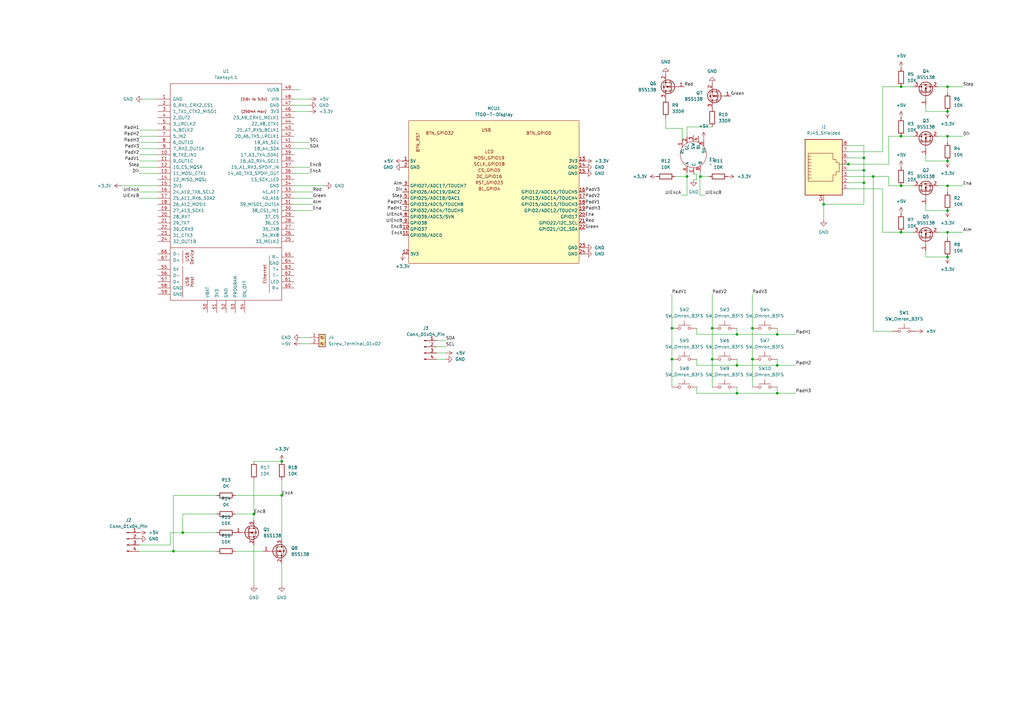
<source format=kicad_sch>
(kicad_sch (version 20231120) (generator "eeschema") (generator_version "8.0")
  (paper "A3")
  (lib_symbols
    (symbol "Connector:Conn_01x04_Pin" (pin_names (offset 1.016) hide)
      (property "Reference" "J" (at 0 5.08 0))
      (property "Value" "Conn_01x04_Pin" (at 0 -7.62 0))
      (symbol "Conn_01x04_Pin_1_1"
        (pin passive line (at 5.08 2.54 180) (length 3.81) (name "Pin_1") (number "1"))
        (pin passive line (at 5.08 0 180) (length 3.81) (name "Pin_2") (number "2"))
        (pin passive line (at 5.08 -2.54 180) (length 3.81) (name "Pin_3") (number "3"))
        (pin passive line (at 5.08 -5.08 180) (length 3.81) (name "Pin_4") (number "4"))
      )
    )
    (symbol "Connector:RJ45_Shielded" (pin_names (offset 1.016))
      (property "Reference" "J" (at -5.08 13.97 0))
      (property "Value" "RJ45_Shielded" (at 2.54 13.97 0))
      (symbol "RJ45_Shielded_1_1"
        (pin passive line (at 10.16 -7.62 180) (length 2.54) (name "~") (number "1"))
        (pin passive line (at 10.16 -5.08 180) (length 2.54) (name "~") (number "2"))
        (pin passive line (at 10.16 -2.54 180) (length 2.54) (name "~") (number "3"))
        (pin passive line (at 10.16 0 180) (length 2.54) (name "~") (number "4"))
        (pin passive line (at 10.16 2.54 180) (length 2.54) (name "~") (number "5"))
        (pin passive line (at 10.16 5.08 180) (length 2.54) (name "~") (number "6"))
        (pin passive line (at 10.16 7.62 180) (length 2.54) (name "~") (number "7"))
        (pin passive line (at 10.16 10.16 180) (length 2.54) (name "~") (number "8"))
        (pin passive line (at 0 -12.7 90) (length 2.54) (name "~") (number "SH"))
      )
    )
    (symbol "Connector:Screw_Terminal_01x02" (pin_names (offset 1.016) hide)
      (property "Reference" "J" (at 0 2.54 0))
      (property "Value" "Screw_Terminal_01x02" (at 0 -5.08 0))
      (symbol "Screw_Terminal_01x02_1_1"
        (pin passive line (at -5.08 0 0) (length 3.81) (name "Pin_1") (number "1"))
        (pin passive line (at -5.08 -2.54 0) (length 3.81) (name "Pin_2") (number "2"))
      )
    )
    (symbol "Device:R" (pin_numbers hide) (pin_names (offset 0))
      (property "Reference" "R" (at 2.032 0 90))
      (property "Value" "R" (at 0 0 90))
      (symbol "R_1_1"
        (pin passive line (at 0 3.81 270) (length 1.27) (name "~") (number "1"))
        (pin passive line (at 0 -3.81 90) (length 1.27) (name "~") (number "2"))
      )
    )
    (symbol "RotaryEncoder:LED-EC12"
      (property "Reference" "E" (at 5.7594 -3.9264 0))
      (symbol "LED-EC12_1_1"
        (pin passive line (at -4.6276 5.7676 270) (length 2.54) (name "RL") (number "1"))
        (pin passive line (at -2.7026 7.3776 270) (length 2.54) (name "GL") (number "2"))
        (pin passive line (at -0.1826 8.0427 270) (length 2.54) (name "SW") (number "3"))
        (pin passive line (at 1.9523 7.6927 270) (length 2.54) (name "BL") (number "4"))
        (pin power_in line (at 4.1923 6.0826 270) (length 2.54) (name "5V") (number "5"))
        (pin passive line (at -2.7004 -7.1672 90) (length 2.54) (name "A") (number "A"))
        (pin passive line (at 2.7595 -7.0272 90) (length 2.54) (name "B") (number "B"))
        (pin passive line (at 0.0996 -7.8672 90) (length 2.54) (name "C") (number "C"))
      )
    )
    (symbol "Switch:SW_Omron_B3FS" (pin_numbers hide) (pin_names (offset 1.016) hide)
      (property "Reference" "SW" (at 1.27 2.54 0))
      (property "Value" "SW_Omron_B3FS" (at 0 -1.524 0))
      (symbol "SW_Omron_B3FS_0_1"
        (pin passive line (at -5.08 0 0) (length 2.54) (name "1") (number "1"))
        (pin passive line (at 5.08 0 180) (length 2.54) (name "2") (number "2"))
      )
    )
    (symbol "TTGO_T_Display:TTGO-T-Display"
      (property "Reference" "MCU" (at 0 0 0))
      (property "Value" "TTGO-T-Display" (at 0 2.54 0))
      (symbol "TTGO-T-Display_0_0"
        (text "BL_GPIO4" (at 1.27 -30.48 0) (effects (font (size 1.27 1.27))))
        (text "BTN_GPIO0" (at 21.59 -7.62 0) (effects (font (size 1.27 1.27))))
        (text "BTN_GPIO32" (at -19.05 -7.62 0) (effects (font (size 1.27 1.27))))
        (text "BTN_RST" (at -27.94 -11.43 900) (effects (font (size 1.27 1.27))))
        (text "CS_GPIO5" (at 1.27 -22.86 0) (effects (font (size 1.27 1.27))))
        (text "DC_GPIO16" (at 1.27 -25.4 0) (effects (font (size 1.27 1.27))))
        (text "LCD" (at 1.27 -15.24 0) (effects (font (size 1.27 1.27))))
        (text "MOSI_GPIO19" (at 1.27 -17.78 0) (effects (font (size 1.27 1.27))))
        (text "RST_GPIO23" (at 1.27 -27.94 0) (effects (font (size 1.27 1.27))))
        (text "SCLK_GPIO18" (at 1.27 -20.32 0) (effects (font (size 1.27 1.27))))
        (text "USB" (at 0 -6.35 0) (effects (font (size 1.27 1.27))))
      )
      (symbol "TTGO-T-Display_1_1"
        (pin power_in line (at -34.29 -19.05 0) (length 2.54) (name "5V") (number "1"))
        (pin bidirectional line (at -34.29 -46.99 0) (length 2.54) (name "GPIO37") (number "10"))
        (pin bidirectional line (at -34.29 -49.53 0) (length 2.54) (name "GPIO36/ADC0") (number "11"))
        (pin power_in line (at -34.29 -57.15 0) (length 2.54) (name "3V3") (number "12"))
        (pin power_in line (at 40.64 -19.05 180) (length 2.54) (name "3V3") (number "13"))
        (pin power_in line (at 40.64 -21.59 180) (length 2.54) (name "GND") (number "14"))
        (pin power_in line (at 40.64 -24.13 180) (length 2.54) (name "GND") (number "15"))
        (pin bidirectional line (at 40.64 -31.75 180) (length 2.54) (name "GPIO12/ADC15/TOUCH5") (number "16"))
        (pin bidirectional line (at 40.64 -34.29 180) (length 2.54) (name "GPIO13/ADC14/TOUCH4") (number "17"))
        (pin bidirectional line (at 40.64 -36.83 180) (length 2.54) (name "GPIO15/ADC13/TOUCH3") (number "18"))
        (pin bidirectional line (at 40.64 -39.37 180) (length 2.54) (name "GPIO2/ADC12/TOUCH2") (number "19"))
        (pin power_in line (at -34.29 -21.59 0) (length 2.54) (name "GND") (number "2"))
        (pin bidirectional line (at 40.64 -41.91 180) (length 2.54) (name "GPIO17") (number "20"))
        (pin bidirectional line (at 40.64 -44.45 180) (length 2.54) (name "GPIO22/I2C_SCL") (number "21"))
        (pin bidirectional line (at 40.64 -46.99 180) (length 2.54) (name "GPIO21/I2C_SDA") (number "22"))
        (pin power_in line (at 40.64 -54.61 180) (length 2.54) (name "GND") (number "23"))
        (pin power_in line (at 40.64 -57.15 180) (length 2.54) (name "GND") (number "24"))
        (pin bidirectional line (at -34.29 -29.21 0) (length 2.54) (name "GPIO27/ADC17/TOUCH7") (number "3"))
        (pin bidirectional line (at -34.29 -31.75 0) (length 2.54) (name "GPIO26/ADC19/DAC2") (number "4"))
        (pin bidirectional line (at -34.29 -34.29 0) (length 2.54) (name "GPIO25/ADC18/DAC1") (number "5"))
        (pin bidirectional line (at -34.29 -36.83 0) (length 2.54) (name "GPIO33/ADC5/TOUCH8") (number "6"))
        (pin bidirectional line (at -34.29 -39.37 0) (length 2.54) (name "GPIO32/ADC4/TOUCH9") (number "7"))
        (pin bidirectional line (at -34.29 -41.91 0) (length 2.54) (name "GPIO39/ADC3/SVN") (number "8"))
        (pin bidirectional line (at -34.29 -44.45 0) (length 2.54) (name "GPIO38") (number "9"))
      )
    )
    (symbol "Transistor_FET:BSS138" (pin_names hide)
      (property "Reference" "Q" (at 5.08 1.905 0))
      (property "Value" "BSS138" (at 5.08 0 0))
      (symbol "BSS138_1_1"
        (pin input line (at -5.08 0 0) (length 2.54) (name "G") (number "1"))
        (pin passive line (at 2.54 -5.08 90) (length 2.54) (name "S") (number "2"))
        (pin passive line (at 2.54 5.08 270) (length 2.54) (name "D") (number "3"))
      )
    )
    (symbol "power:+3.3V" (power) (pin_numbers hide) (pin_names (offset 0) hide)
      (property "Value" "+3.3V" (at 0 3.556 0))
      (symbol "+3.3V_1_1"
        (pin power_in line (at 0 0 90) (length 0) (name "~") (number "1"))
      )
    )
    (symbol "power:+5V" (power) (pin_numbers hide) (pin_names (offset 0) hide)
      (property "Value" "+5V" (at 0 3.556 0))
      (symbol "+5V_1_1"
        (pin power_in line (at 0 0 90) (length 0) (name "~") (number "1"))
      )
    )
    (symbol "power:GND" (power) (pin_numbers hide) (pin_names (offset 0) hide)
      (property "Value" "GND" (at 0 -3.81 0))
      (symbol "GND_1_1"
        (pin power_in line (at 0 0 270) (length 0) (name "~") (number "1"))
      )
    )
    (symbol "teensy:Teensy4.1" (pin_names (offset 1.016))
      (property "Reference" "U" (at 0 64.77 0))
      (property "Value" "Teensy4.1" (at 0 62.23 0))
      (symbol "Teensy4.1_0_0"
        (text "(250mA max)" (at 11.43 49.53 0) (effects (font (size 1.016 1.016))))
        (text "(3.6v to 5.5v)" (at 11.43 54.61 0) (effects (font (size 1.016 1.016))))
        (text "Device" (at -13.97 -10.16 900) (effects (font (size 1.27 1.27))))
        (text "Ethernet" (at 15.875 -17.145 900) (effects (font (size 1.27 1.27))))
        (text "Host" (at -13.97 -20.32 900) (effects (font (size 1.27 1.27))))
        (text "USB" (at -15.875 -20.32 900) (effects (font (size 1.27 1.27))))
        (text "USB" (at -15.875 -10.16 900) (effects (font (size 1.27 1.27))))
        (pin bidirectional line (at -27.94 31.75 0) (length 5.08) (name "8_TX2_IN1") (number "10"))
        (pin bidirectional line (at -27.94 29.21 0) (length 5.08) (name "9_OUT1C") (number "11"))
        (pin bidirectional line (at -27.94 26.67 0) (length 5.08) (name "10_CS_MQSR") (number "12"))
        (pin bidirectional line (at -27.94 24.13 0) (length 5.08) (name "11_MOSI_CTX1") (number "13"))
        (pin bidirectional line (at -27.94 21.59 0) (length 5.08) (name "12_MISO_MQSL") (number "14"))
        (pin power_in line (at -27.94 19.05 0) (length 5.08) (name "3V3") (number "15"))
        (pin bidirectional line (at -27.94 16.51 0) (length 5.08) (name "24_A10_TX6_SCL2") (number "16"))
        (pin bidirectional line (at -27.94 13.97 0) (length 5.08) (name "25_A11_RX6_SDA2") (number "17"))
        (pin bidirectional line (at -27.94 11.43 0) (length 5.08) (name "26_A12_MOSI1") (number "18"))
        (pin bidirectional line (at -27.94 8.89 0) (length 5.08) (name "27_A13_SCK1") (number "19"))
        (pin bidirectional line (at -27.94 6.35 0) (length 5.08) (name "28_RX7") (number "20"))
        (pin bidirectional line (at -27.94 3.81 0) (length 5.08) (name "29_TX7") (number "21"))
        (pin bidirectional line (at -27.94 1.27 0) (length 5.08) (name "30_CRX3") (number "22"))
        (pin bidirectional line (at -27.94 -1.27 0) (length 5.08) (name "31_CTX3") (number "23"))
        (pin bidirectional line (at -27.94 -3.81 0) (length 5.08) (name "32_OUT1B") (number "24"))
        (pin bidirectional line (at 27.94 -3.81 180) (length 5.08) (name "33_MCLK2") (number "25"))
        (pin bidirectional line (at 27.94 -1.27 180) (length 5.08) (name "34_RX8") (number "26"))
        (pin bidirectional line (at 27.94 1.27 180) (length 5.08) (name "35_TX8") (number "27"))
        (pin bidirectional line (at 27.94 3.81 180) (length 5.08) (name "36_CS") (number "28"))
        (pin bidirectional line (at 27.94 6.35 180) (length 5.08) (name "37_CS") (number "29"))
        (pin bidirectional line (at 27.94 8.89 180) (length 5.08) (name "38_CS1_IN1") (number "30"))
        (pin bidirectional line (at 27.94 11.43 180) (length 5.08) (name "39_MISO1_OUT1A") (number "31"))
        (pin bidirectional line (at 27.94 13.97 180) (length 5.08) (name "40_A16") (number "32"))
        (pin bidirectional line (at 27.94 16.51 180) (length 5.08) (name "41_A17") (number "33"))
        (pin bidirectional line (at 27.94 21.59 180) (length 5.08) (name "13_SCK_LED") (number "35"))
        (pin bidirectional line (at 27.94 24.13 180) (length 5.08) (name "14_A0_TX3_SPDIF_OUT") (number "36"))
        (pin bidirectional line (at 27.94 26.67 180) (length 5.08) (name "15_A1_RX3_SPDIF_IN") (number "37"))
        (pin bidirectional line (at 27.94 29.21 180) (length 5.08) (name "16_A2_RX4_SCL1") (number "38"))
        (pin bidirectional line (at 27.94 31.75 180) (length 5.08) (name "17_A3_TX4_SDA1") (number "39"))
        (pin bidirectional line (at 27.94 34.29 180) (length 5.08) (name "18_A4_SDA") (number "40"))
        (pin bidirectional line (at 27.94 36.83 180) (length 5.08) (name "19_A5_SCL") (number "41"))
        (pin bidirectional line (at 27.94 39.37 180) (length 5.08) (name "20_A6_TX5_LRCLK1") (number "42"))
        (pin bidirectional line (at 27.94 41.91 180) (length 5.08) (name "21_A7_RX5_BCLK1") (number "43"))
        (pin bidirectional line (at 27.94 44.45 180) (length 5.08) (name "22_A8_CTX1") (number "44"))
        (pin bidirectional line (at 27.94 46.99 180) (length 5.08) (name "23_A9_CRX1_MCLK1") (number "45"))
        (pin output line (at 27.94 49.53 180) (length 5.08) (name "3V3") (number "46"))
        (pin output line (at 27.94 52.07 180) (length 5.08) (name "GND") (number "47"))
        (pin power_in line (at 27.94 54.61 180) (length 5.08) (name "VIN") (number "48"))
        (pin power_out line (at 27.94 58.42 180) (length 5.08) (name "VUSB") (number "49"))
        (pin bidirectional line (at -27.94 44.45 0) (length 5.08) (name "3_LRCLK2") (number "5"))
        (pin power_in line (at -7.62 -33.02 90) (length 5.08) (name "VBAT") (number "50"))
        (pin power_in line (at -3.81 -33.02 90) (length 5.08) (name "3V3") (number "51"))
        (pin input line (at 0 -33.02 90) (length 5.08) (name "GND") (number "52"))
        (pin input line (at 3.81 -33.02 90) (length 5.08) (name "PROGRAM") (number "53"))
        (pin input line (at 7.62 -33.02 90) (length 5.08) (name "ON_OFF") (number "54"))
        (pin power_out line (at -27.94 -15.24 0) (length 5.08) (name "5V") (number "55"))
        (pin bidirectional line (at -27.94 -17.78 0) (length 5.08) (name "D-") (number "56"))
        (pin bidirectional line (at -27.94 -20.32 0) (length 5.08) (name "D+") (number "57"))
        (pin power_in line (at -27.94 -22.86 0) (length 5.08) (name "GND") (number "58"))
        (pin power_in line (at -27.94 -25.4 0) (length 5.08) (name "GND") (number "59"))
        (pin bidirectional line (at -27.94 41.91 0) (length 5.08) (name "4_BCLK2") (number "6"))
        (pin bidirectional line (at 27.94 -22.86 180) (length 5.08) (name "R+") (number "60"))
        (pin bidirectional line (at 27.94 -20.32 180) (length 5.08) (name "LED") (number "61"))
        (pin bidirectional line (at 27.94 -17.78 180) (length 5.08) (name "T-") (number "62"))
        (pin bidirectional line (at 27.94 -15.24 180) (length 5.08) (name "T+") (number "63"))
        (pin power_in line (at 27.94 -12.7 180) (length 5.08) (name "GND") (number "64"))
        (pin bidirectional line (at 27.94 -10.16 180) (length 5.08) (name "R-") (number "65"))
        (pin bidirectional line (at -27.94 -8.89 0) (length 5.08) (name "D-") (number "66"))
        (pin bidirectional line (at -27.94 -11.43 0) (length 5.08) (name "D+") (number "67"))
        (pin bidirectional line (at -27.94 39.37 0) (length 5.08) (name "5_IN2") (number "7"))
        (pin bidirectional line (at -27.94 36.83 0) (length 5.08) (name "6_OUT1D") (number "8"))
        (pin bidirectional line (at -27.94 34.29 0) (length 5.08) (name "7_RX2_OUT1A") (number "9"))
      )
      (symbol "Teensy4.1_1_1"
        (pin power_in line (at -27.94 54.61 0) (length 5.08) (name "GND") (number "1"))
        (pin bidirectional line (at -27.94 52.07 0) (length 5.08) (name "0_RX1_CRX2_CS1") (number "2"))
        (pin bidirectional line (at -27.94 49.53 0) (length 5.08) (name "1_TX1_CTX2_MISO1") (number "3"))
        (pin power_in line (at 27.94 19.05 180) (length 5.08) (name "GND") (number "34"))
        (pin bidirectional line (at -27.94 46.99 0) (length 5.08) (name "2_OUT2") (number "4"))
      )
    )
  )
  (junction (at 337.82 83.82))
  (junction (at 115.57 203.2))
  (junction (at 281.7796 72.39))
  (junction (at 292.1 134.62))
  (junction (at 275.59 134.62))
  (junction (at 308.61 134.62))
  (junction (at 354.33 74.93))
  (junction (at 302.26 161.29))
  (junction (at 275.59 147.32))
  (junction (at 318.77 161.29))
  (junction (at 369.57 76.2))
  (junction (at 388.62 66.04))
  (junction (at 347.98 67.31))
  (junction (at 115.57 189.23))
  (junction (at 302.26 137.16))
  (junction (at 308.61 147.32))
  (junction (at 287.2395 72.39))
  (junction (at 354.33 69.85))
  (junction (at 71.12 226.06))
  (junction (at 388.62 55.88))
  (junction (at 388.62 95.25))
  (junction (at 369.57 35.56))
  (junction (at 318.77 137.16))
  (junction (at 358.14 72.39))
  (junction (at 318.77 149.86))
  (junction (at 292.1 147.32))
  (junction (at 74.93 218.44))
  (junction (at 369.57 55.88))
  (junction (at 388.62 76.2))
  (junction (at 104.14 210.82))
  (junction (at 388.62 35.56))
  (junction (at 302.26 149.86))
  (junction (at 388.62 86.36))
  (junction (at 354.33 64.77))
  (junction (at 388.62 45.72))
  (junction (at 388.62 105.41))
  (junction (at 369.57 95.25))
  (wire (pts (xy 128.27 83.82) (xy 120.65 83.82)))
  (wire (pts (xy 74.93 218.44) (xy 88.9 218.44)))
  (wire (pts (xy 302.26 137.16) (xy 318.77 137.16)))
  (wire (pts (xy 49.53 76.2) (xy 64.77 76.2)))
  (wire (pts (xy 279.8524 57.7324) (xy 279.8524 52.6628)))
  (wire (pts (xy 369.57 95.25) (xy 374.65 95.25)))
  (wire (pts (xy 354.33 83.82) (xy 337.82 83.82)))
  (wire (pts (xy 284.48 73.66) (xy 285.75 73.66)))
  (wire (pts (xy 369.57 35.56) (xy 374.65 35.56)))
  (wire (pts (xy 182.88 139.7) (xy 179.07 139.7)))
  (wire (pts (xy 318.77 149.86) (xy 326.39 149.86)))
  (wire (pts (xy 384.81 95.25) (xy 388.62 95.25)))
  (wire (pts (xy 275.59 134.62) (xy 275.59 147.32)))
  (wire (pts (xy 285.75 134.62) (xy 285.75 137.16)))
  (wire (pts (xy 318.77 137.16) (xy 326.39 137.16)))
  (wire (pts (xy 318.77 147.32) (xy 318.77 149.86)))
  (wire (pts (xy 127 45.72) (xy 120.65 45.72)))
  (wire (pts (xy 123.19 36.83) (xy 120.65 36.83)))
  (wire (pts (xy 57.15 60.96) (xy 64.77 60.96)))
  (wire (pts (xy 280.5096 80.0382) (xy 280.5096 80.01)))
  (wire (pts (xy 337.82 83.82) (xy 337.82 90.17)))
  (wire (pts (xy 182.88 147.32) (xy 179.07 147.32)))
  (wire (pts (xy 287.2395 70.5272) (xy 287.2395 72.39)))
  (wire (pts (xy 57.15 81.28) (xy 64.77 81.28)))
  (wire (pts (xy 127 60.96) (xy 120.65 60.96)))
  (wire (pts (xy 281.7774 52.07) (xy 281.7774 56.1224)))
  (wire (pts (xy 115.57 203.2) (xy 115.57 220.98)))
  (wire (pts (xy 57.15 71.12) (xy 64.77 71.12)))
  (wire (pts (xy 347.98 77.47) (xy 361.95 77.47)))
  (wire (pts (xy 281.7774 52.07) (xy 292.1 52.07)))
  (wire (pts (xy 364.49 67.31) (xy 364.49 55.88)))
  (wire (pts (xy 69.85 218.44) (xy 74.93 218.44)))
  (wire (pts (xy 388.62 55.88) (xy 394.97 55.88)))
  (wire (pts (xy 288.6108 57.4174) (xy 288.6723 57.4174)))
  (wire (pts (xy 123.19 138.43) (xy 127 138.43)))
  (wire (pts (xy 285.75 73.66) (xy 285.75 71.3672)))
  (wire (pts (xy 379.73 83.82) (xy 379.73 86.36)))
  (wire (pts (xy 354.33 69.85) (xy 354.33 74.93)))
  (wire (pts (xy 127 71.12) (xy 120.65 71.12)))
  (wire (pts (xy 115.57 231.14) (xy 115.57 240.03)))
  (wire (pts (xy 285.75 158.75) (xy 285.75 161.29)))
  (wire (pts (xy 288.6108 56.7881) (xy 288.6108 57.4174)))
  (wire (pts (xy 281.7796 80.0382) (xy 280.5096 80.0382)))
  (wire (pts (xy 285.75 149.86) (xy 302.26 149.86)))
  (wire (pts (xy 358.14 135.89) (xy 365.76 135.89)))
  (wire (pts (xy 388.62 78.74) (xy 388.62 76.2)))
  (wire (pts (xy 285.75 161.29) (xy 302.26 161.29)))
  (wire (pts (xy 57.15 78.74) (xy 64.77 78.74)))
  (wire (pts (xy 285.75 71.3672) (xy 284.5796 71.3672)))
  (wire (pts (xy 361.95 35.56) (xy 369.57 35.56)))
  (wire (pts (xy 74.93 210.82) (xy 88.9 210.82)))
  (wire (pts (xy 364.49 55.88) (xy 369.57 55.88)))
  (wire (pts (xy 347.98 59.69) (xy 354.33 59.69)))
  (wire (pts (xy 58.42 40.64) (xy 64.77 40.64)))
  (wire (pts (xy 115.57 196.85) (xy 115.57 203.2)))
  (wire (pts (xy 96.52 203.2) (xy 115.57 203.2)))
  (wire (pts (xy 281.7796 70.6672) (xy 281.7796 72.39)))
  (wire (pts (xy 358.14 72.39) (xy 364.49 72.39)))
  (wire (pts (xy 361.95 77.47) (xy 361.95 95.25)))
  (wire (pts (xy 302.26 134.62) (xy 302.26 137.16)))
  (wire (pts (xy 57.15 223.52) (xy 69.85 223.52)))
  (wire (pts (xy 318.77 161.29) (xy 326.39 161.29)))
  (wire (pts (xy 308.61 158.75) (xy 308.61 147.32)))
  (wire (pts (xy 127 40.64) (xy 120.65 40.64)))
  (wire (pts (xy 302.26 149.86) (xy 318.77 149.86)))
  (wire (pts (xy 384.81 55.88) (xy 388.62 55.88)))
  (wire (pts (xy 275.59 120.65) (xy 275.59 134.62)))
  (wire (pts (xy 379.73 63.5) (xy 379.73 66.04)))
  (wire (pts (xy 287.2395 72.39) (xy 290.83 72.39)))
  (wire (pts (xy 318.77 134.62) (xy 318.77 137.16)))
  (wire (pts (xy 292.1 147.32) (xy 292.1 158.75)))
  (wire (pts (xy 302.26 147.32) (xy 302.26 149.86)))
  (wire (pts (xy 337.82 83.82) (xy 337.82 82.55)))
  (wire (pts (xy 388.62 97.79) (xy 388.62 95.25)))
  (wire (pts (xy 379.73 45.72) (xy 388.62 45.72)))
  (wire (pts (xy 57.15 68.58) (xy 64.77 68.58)))
  (wire (pts (xy 308.61 147.32) (xy 308.61 134.62)))
  (wire (pts (xy 347.98 74.93) (xy 354.33 74.93)))
  (wire (pts (xy 57.15 226.06) (xy 71.12 226.06)))
  (wire (pts (xy 281.7796 72.39) (xy 281.7796 80.0382)))
  (wire (pts (xy 379.73 105.41) (xy 388.62 105.41)))
  (wire (pts (xy 57.15 66.04) (xy 64.77 66.04)))
  (wire (pts (xy 364.49 72.39) (xy 364.49 76.2)))
  (wire (pts (xy 384.81 76.2) (xy 388.62 76.2)))
  (wire (pts (xy 57.15 58.42) (xy 64.77 58.42)))
  (wire (pts (xy 347.98 64.77) (xy 354.33 64.77)))
  (wire (pts (xy 280.5096 80.01) (xy 279.4 80.01)))
  (wire (pts (xy 379.73 66.04) (xy 388.62 66.04)))
  (wire (pts (xy 388.62 58.42) (xy 388.62 55.88)))
  (wire (pts (xy 354.33 64.77) (xy 354.33 69.85)))
  (wire (pts (xy 104.14 196.85) (xy 104.14 210.82)))
  (wire (pts (xy 127 68.58) (xy 120.65 68.58)))
  (wire (pts (xy 388.62 38.1) (xy 388.62 35.56)))
  (wire (pts (xy 96.52 226.06) (xy 107.95 226.06)))
  (wire (pts (xy 96.52 210.82) (xy 104.14 210.82)))
  (wire (pts (xy 354.33 59.69) (xy 354.33 64.77)))
  (wire (pts (xy 285.75 137.16) (xy 302.26 137.16)))
  (wire (pts (xy 369.57 76.2) (xy 374.65 76.2)))
  (wire (pts (xy 182.88 142.24) (xy 179.07 142.24)))
  (wire (pts (xy 128.27 78.74) (xy 120.65 78.74)))
  (wire (pts (xy 302.26 158.75) (xy 302.26 161.29)))
  (wire (pts (xy 287.0791 72.39) (xy 287.0791 80.01)))
  (wire (pts (xy 276.86 72.39) (xy 281.7796 72.39)))
  (wire (pts (xy 379.73 86.36) (xy 388.62 86.36)))
  (wire (pts (xy 104.14 223.52) (xy 104.14 240.03)))
  (wire (pts (xy 318.77 158.75) (xy 318.77 161.29)))
  (wire (pts (xy 379.73 43.18) (xy 379.73 45.72)))
  (wire (pts (xy 369.57 55.88) (xy 374.65 55.88)))
  (wire (pts (xy 361.95 35.56) (xy 361.95 62.23)))
  (wire (pts (xy 302.26 161.29) (xy 318.77 161.29)))
  (wire (pts (xy 57.15 53.34) (xy 64.77 53.34)))
  (wire (pts (xy 379.73 102.87) (xy 379.73 105.41)))
  (wire (pts (xy 133.35 76.2) (xy 120.65 76.2)))
  (wire (pts (xy 275.59 147.32) (xy 275.59 158.75)))
  (wire (pts (xy 344.17 67.31) (xy 347.98 67.31)))
  (wire (pts (xy 104.14 210.82) (xy 104.14 213.36)))
  (wire (pts (xy 273.05 52.6628) (xy 273.05 48.26)))
  (wire (pts (xy 71.12 226.06) (xy 71.12 203.2)))
  (wire (pts (xy 361.95 95.25) (xy 369.57 95.25)))
  (wire (pts (xy 104.14 189.23) (xy 115.57 189.23)))
  (wire (pts (xy 127 58.42) (xy 120.65 58.42)))
  (wire (pts (xy 128.27 86.36) (xy 120.65 86.36)))
  (wire (pts (xy 127 43.18) (xy 120.65 43.18)))
  (wire (pts (xy 182.88 144.78) (xy 179.07 144.78)))
  (wire (pts (xy 347.98 67.31) (xy 364.49 67.31)))
  (wire (pts (xy 384.81 35.56) (xy 388.62 35.56)))
  (wire (pts (xy 308.61 134.62) (xy 308.61 120.65)))
  (wire (pts (xy 74.93 218.44) (xy 74.93 210.82)))
  (wire (pts (xy 347.98 69.85) (xy 354.33 69.85)))
  (wire (pts (xy 388.62 76.2) (xy 394.97 76.2)))
  (wire (pts (xy 347.98 62.23) (xy 361.95 62.23)))
  (wire (pts (xy 354.33 74.93) (xy 354.33 83.82)))
  (wire (pts (xy 285.75 147.32) (xy 285.75 149.86)))
  (wire (pts (xy 292.1 120.65) (xy 292.1 134.62)))
  (wire (pts (xy 358.14 72.39) (xy 358.14 135.89)))
  (wire (pts (xy 388.62 35.56) (xy 394.97 35.56)))
  (wire (pts (xy 57.15 63.5) (xy 64.77 63.5)))
  (wire (pts (xy 128.27 81.28) (xy 120.65 81.28)))
  (wire (pts (xy 71.12 203.2) (xy 88.9 203.2)))
  (wire (pts (xy 57.15 55.88) (xy 64.77 55.88)))
  (wire (pts (xy 289.1801 80.01) (xy 287.0791 80.01)))
  (wire (pts (xy 292.1 134.62) (xy 292.1 147.32)))
  (wire (pts (xy 388.62 95.25) (xy 394.97 95.25)))
  (wire (pts (xy 71.12 226.06) (xy 88.9 226.06)))
  (wire (pts (xy 287.0791 72.39) (xy 287.2395 72.39)))
  (wire (pts (xy 123.19 140.97) (xy 127 140.97)))
  (wire (pts (xy 69.85 223.52) (xy 69.85 218.44)))
  (wire (pts (xy 364.49 76.2) (xy 369.57 76.2)))
  (wire (pts (xy 347.98 72.39) (xy 358.14 72.39)))
  (wire (pts (xy 279.8524 52.6628) (xy 273.05 52.6628)))
  (label "Alm" (at 394.97 95.25 0))
  (label "PadH2" (at 326.39 149.86 0))
  (label "Alm" (at 128.27 83.82 0))
  (label "UIEncA" (at 279.4 80.01 180))
  (label "SCL" (at 127 58.42 0))
  (label "EncA" (at 165.1 96.52 180))
  (label "Green" (at 299.72 39.37 0))
  (label "Green" (at 240.03 93.98 0))
  (label "Ena" (at 128.27 86.36 0))
  (label "PadV1" (at 275.59 120.65 0))
  (label "Dir" (at 165.1 78.74 180))
  (label "UIEncB" (at 289.1801 80.01 0))
  (label "EncB" (at 127 68.58 0))
  (label "Green" (at 128.27 81.28 0))
  (label "PadV3" (at 240.03 78.74 0))
  (label "Ena" (at 394.97 76.2 0))
  (label "UIEncB" (at 57.15 81.28 180))
  (label "Step" (at 165.1 81.28 180))
  (label "EncA" (at 127 71.12 0))
  (label "PadV2" (at 240.03 81.28 0))
  (label "PadH1" (at 165.1 86.36 180))
  (label "Alm" (at 165.1 76.2 180))
  (label "EncB" (at 104.14 210.82 0))
  (label "Ena" (at 240.03 88.9 0))
  (label "PadH1" (at 326.39 137.16 0))
  (label "PadV1" (at 57.15 66.04 180))
  (label "PadV3" (at 57.15 60.96 180))
  (label "Dir" (at 394.97 55.88 0))
  (label "PadH3" (at 326.39 161.29 0))
  (label "Dir" (at 57.15 71.12 180))
  (label "UIEncB" (at 165.1 91.44 180))
  (label "SCL" (at 182.88 142.24 0))
  (label "Red" (at 128.27 78.74 0))
  (label "SDA" (at 127 60.96 0))
  (label "PadV3" (at 308.61 120.65 0))
  (label "UIEncA" (at 165.1 88.9 180))
  (label "PadH2" (at 165.1 83.82 180))
  (label "SDA" (at 182.88 139.7 0))
  (label "PadV2" (at 57.15 63.5 180))
  (label "Step" (at 57.15 68.58 180))
  (label "PadH2" (at 57.15 55.88 180))
  (label "PadH3" (at 240.03 86.36 0))
  (label "PadV2" (at 292.1 120.65 0))
  (label "PadH3" (at 57.15 58.42 180))
  (label "EncB" (at 165.1 93.98 180))
  (label "PadH1" (at 57.15 53.34 180))
  (label "Step" (at 394.97 35.56 0))
  (label "EncA" (at 115.57 203.2 0))
  (label "PadV1" (at 240.03 83.82 0))
  (label "UIEncA" (at 57.15 78.74 180))
  (label "Red" (at 240.03 91.44 0))
  (label "Red" (at 280.67 35.56 0))
  (symbol (lib_id "Device:R") (at 388.62 82.55 0) (unit 1)
    (property "Reference" "R2" (at 391.16 81.2799 0) (effects (justify left)))
    (property "Value" "10K" (at 391.16 83.8199 0) (effects (justify left)))
    (property "Footprint" "Resistor_SMD:R_0805_2012Metric" (effects (hide yes)))
    (property "Description" "Resistor" (effects (hide yes)))
  )
  (symbol (lib_id "power:+3.3V") (at 269.24 72.39 90) (unit 1)
    (property "Reference" "#PWR014" (effects (hide yes)))
    (property "Value" "+3.3V" (at 265.43 72.3899 90) (effects (justify left)))
    (property "Description" "Power symbol creates a global label with name \"+3.3V\"" (effects (hide yes)))
  )
  (symbol (lib_id "power:+5V") (at 165.1 66.04 90) (unit 1)
    (property "Reference" "#PWR025" (effects (hide yes)))
    (property "Value" "+5V" (at 161.29 66.0399 90) (effects (justify left)))
    (property "Description" "Power symbol creates a global label with name \"+5V\"" (effects (hide yes)))
  )
  (symbol (lib_id "power:+3.3V") (at 388.62 66.04 180) (unit 1)
    (property "Reference" "#PWR08" (effects (hide yes)))
    (property "Value" "+3.3V" (at 388.62 71.12 0))
    (property "Description" "Power symbol creates a global label with name \"+3.3V\"" (effects (hide yes)))
  )
  (symbol (lib_id "Connector:RJ45_Shielded") (at 337.82 69.85 0) (unit 1)
    (property "Reference" "J1" (at 337.82 52.07 0))
    (property "Value" "RJ45_Shielded" (at 337.82 54.61 0))
    (property "Footprint" "Connector_RJ:RJ45_RCH_RC01937" (effects (hide yes)))
    (property "Description" "RJ connector, 8P8C (8 positions 8 connected), Shielded" (effects (hide yes)))
  )
  (symbol (lib_id "power:+3.3V") (at 127 45.72 270) (unit 1)
    (property "Reference" "#PWR037" (effects (hide yes)))
    (property "Value" "+3.3V" (at 130.81 45.7199 90) (effects (justify left)))
    (property "Description" "Power symbol creates a global label with name \"+3.3V\"" (effects (hide yes)))
  )
  (symbol (lib_id "Transistor_FET:BSS138") (at 275.59 35.56 180) (unit 1)
    (property "Reference" "Q6" (at 269.24 34.2899 0) (effects (justify left)))
    (property "Value" "BSS138" (at 269.24 36.8299 0) (effects (justify left)))
    (property "Footprint" "Package_TO_SOT_SMD:SOT-23" (effects (hide yes)))
    (property "Datasheet" "https://www.onsemi.com/pub/Collateral/BSS138-D.PDF" (effects (hide yes)))
    (property "Description" "50V Vds, 0.22A Id, N-Channel MOSFET, SOT-23" (effects (hide yes)))
  )
  (symbol (lib_id "power:+3.3V") (at 240.03 66.04 270) (unit 1)
    (property "Reference" "#PWR032" (effects (hide yes)))
    (property "Value" "+3.3V" (at 243.84 66.0399 90) (effects (justify left)))
    (property "Description" "Power symbol creates a global label with name \"+3.3V\"" (effects (hide yes)))
  )
  (symbol (lib_id "power:+5V") (at 369.57 27.94 0) (unit 1)
    (property "Reference" "#PWR09" (effects (hide yes)))
    (property "Value" "+5V" (at 369.57 22.86 0))
    (property "Description" "Power symbol creates a global label with name \"+5V\"" (effects (hide yes)))
  )
  (symbol (lib_id "Transistor_FET:BSS138") (at 113.03 226.06 0) (unit 1)
    (property "Reference" "Q8" (at 119.38 224.7899 0) (effects (justify left)))
    (property "Value" "BSS138" (at 119.38 227.3299 0) (effects (justify left)))
    (property "Footprint" "Package_TO_SOT_SMD:SOT-23" (effects (hide yes)))
    (property "Datasheet" "https://www.onsemi.com/pub/Collateral/BSS138-D.PDF" (effects (hide yes)))
    (property "Description" "50V Vds, 0.22A Id, N-Channel MOSFET, SOT-23" (effects (hide yes)))
  )
  (symbol (lib_id "power:GND") (at 115.57 240.03 0) (unit 1)
    (property "Reference" "#PWR015" (effects (hide yes)))
    (property "Value" "GND" (at 115.57 245.11 0))
    (property "Description" "Power symbol creates a global label with name \"GND\" , ground" (effects (hide yes)))
  )
  (symbol (lib_id "Device:R") (at 92.71 226.06 90) (unit 1)
    (property "Reference" "R16" (at 92.71 219.71 90))
    (property "Value" "10K" (at 92.71 222.25 90))
    (property "Footprint" "Resistor_SMD:R_0805_2012Metric" (effects (hide yes)))
    (property "Description" "Resistor" (effects (hide yes)))
  )
  (symbol (lib_id "Switch:SW_Omron_B3FS") (at 313.69 134.62 0) (unit 1)
    (property "Reference" "SW4" (at 313.69 127 0))
    (property "Value" "SW_Omron_B3FS" (at 313.69 129.54 0))
    (property "Footprint" "Button_Switch_THT:SW_TH_Tactile_Omron_B3F-10xx" (effects (hide yes)))
    (property "Datasheet" "https://omronfs.omron.com/en_US/ecb/products/pdf/en-b3fs.pdf" (effects (hide yes)))
    (property "Description" "Omron B3FS 6x6mm single pole normally-open tactile switch" (effects (hide yes)))
  )
  (symbol (lib_id "power:GND") (at 127 43.18 90) (unit 1)
    (property "Reference" "#PWR034" (effects (hide yes)))
    (property "Value" "GND" (at 130.81 43.1799 90) (effects (justify right)))
    (property "Description" "Power symbol creates a global label with name \"GND\" , ground" (effects (hide yes)))
  )
  (symbol (lib_id "power:+5V") (at 127 40.64 270) (unit 1)
    (property "Reference" "#PWR033" (effects (hide yes)))
    (property "Value" "+5V" (at 130.81 40.6399 90) (effects (justify left)))
    (property "Description" "Power symbol creates a global label with name \"+5V\"" (effects (hide yes)))
  )
  (symbol (lib_id "Device:R") (at 369.57 31.75 0) (unit 1)
    (property "Reference" "R5" (at 372.11 30.4799 0) (effects (justify left)))
    (property "Value" "10K" (at 372.11 33.0199 0) (effects (justify left)))
    (property "Footprint" "Resistor_SMD:R_0805_2012Metric" (effects (hide yes)))
    (property "Description" "Resistor" (effects (hide yes)))
  )
  (symbol (lib_id "Switch:SW_Omron_B3FS") (at 297.18 134.62 0) (unit 1)
    (property "Reference" "SW3" (at 297.18 127 0))
    (property "Value" "SW_Omron_B3FS" (at 297.18 129.54 0))
    (property "Footprint" "Button_Switch_THT:SW_TH_Tactile_Omron_B3F-10xx" (effects (hide yes)))
    (property "Datasheet" "https://omronfs.omron.com/en_US/ecb/products/pdf/en-b3fs.pdf" (effects (hide yes)))
    (property "Description" "Omron B3FS 6x6mm single pole normally-open tactile switch" (effects (hide yes)))
  )
  (symbol (lib_id "power:GND") (at 240.03 101.6 90) (unit 1)
    (property "Reference" "#PWR027" (effects (hide yes)))
    (property "Value" "GND" (at 243.84 101.5999 90) (effects (justify right)))
    (property "Description" "Power symbol creates a global label with name \"GND\" , ground" (effects (hide yes)))
  )
  (symbol (lib_id "power:+5V") (at 369.57 68.58 0) (unit 1)
    (property "Reference" "#PWR05" (effects (hide yes)))
    (property "Value" "+5V" (at 369.57 63.5 0))
    (property "Description" "Power symbol creates a global label with name \"+5V\"" (effects (hide yes)))
  )
  (symbol (lib_id "power:+5V") (at 182.88 144.78 270) (unit 1)
    (property "Reference" "#PWR020" (effects (hide yes)))
    (property "Value" "+5V" (at 186.69 144.7799 90) (effects (justify left)))
    (property "Description" "Power symbol creates a global label with name \"+5V\"" (effects (hide yes)))
  )
  (symbol (lib_id "Device:R") (at 92.71 210.82 90) (unit 1)
    (property "Reference" "R14" (at 92.71 204.47 90))
    (property "Value" "0K" (at 92.71 207.01 90))
    (property "Footprint" "Resistor_SMD:R_0805_2012Metric" (effects (hide yes)))
    (property "Description" "Resistor" (effects (hide yes)))
  )
  (symbol (lib_id "power:+3.3V") (at 165.1 104.14 180) (unit 1)
    (property "Reference" "#PWR031" (effects (hide yes)))
    (property "Value" "+3.3V" (at 165.1 109.22 0))
    (property "Description" "Power symbol creates a global label with name \"+3.3V\"" (effects (hide yes)))
  )
  (symbol (lib_id "power:+5V") (at 288.6108 56.7881 0) (unit 1)
    (property "Reference" "#PWR02" (effects (hide yes)))
    (property "Value" "+5V" (at 288.6108 51.7081 0))
    (property "Description" "Power symbol creates a global label with name \"+5V\"" (effects (hide yes)))
  )
  (symbol (lib_id "power:+3.3V") (at 388.62 45.72 180) (unit 1)
    (property "Reference" "#PWR010" (effects (hide yes)))
    (property "Value" "+3.3V" (at 388.62 50.8 0))
    (property "Description" "Power symbol creates a global label with name \"+3.3V\"" (effects (hide yes)))
  )
  (symbol (lib_id "power:GND") (at 165.1 68.58 270) (unit 1)
    (property "Reference" "#PWR026" (effects (hide yes)))
    (property "Value" "GND" (at 161.29 68.5799 90) (effects (justify right)))
    (property "Description" "Power symbol creates a global label with name \"GND\" , ground" (effects (hide yes)))
  )
  (symbol (lib_id "Transistor_FET:BSS138") (at 101.6 218.44 0) (unit 1)
    (property "Reference" "Q1" (at 107.95 217.1699 0) (effects (justify left)))
    (property "Value" "BSS138" (at 107.95 219.7099 0) (effects (justify left)))
    (property "Footprint" "Package_TO_SOT_SMD:SOT-23" (effects (hide yes)))
    (property "Datasheet" "https://www.onsemi.com/pub/Collateral/BSS138-D.PDF" (effects (hide yes)))
    (property "Description" "50V Vds, 0.22A Id, N-Channel MOSFET, SOT-23" (effects (hide yes)))
  )
  (symbol (lib_id "Device:R") (at 92.71 203.2 90) (unit 1)
    (property "Reference" "R13" (at 92.71 196.85 90))
    (property "Value" "0K" (at 92.71 199.39 90))
    (property "Footprint" "Resistor_SMD:R_0805_2012Metric" (effects (hide yes)))
    (property "Description" "Resistor" (effects (hide yes)))
  )
  (symbol (lib_id "Connector:Conn_01x04_Pin") (at 173.99 142.24 0) (unit 1)
    (property "Reference" "J3" (at 174.625 134.62 0))
    (property "Value" "Conn_01x04_Pin" (at 174.625 137.16 0))
    (property "Footprint" "Connector_PinHeader_2.54mm:PinHeader_1x04_P2.54mm_Vertical" (effects (hide yes)))
    (property "Description" "Generic connector, single row, 01x04, script generated" (effects (hide yes)))
  )
  (symbol (lib_id "power:+3.3V") (at 388.62 105.41 180) (unit 1)
    (property "Reference" "#PWR04" (effects (hide yes)))
    (property "Value" "+3.3V" (at 388.62 110.49 0))
    (property "Description" "Power symbol creates a global label with name \"+3.3V\"" (effects (hide yes)))
  )
  (symbol (lib_id "teensy:Teensy4.1") (at 92.71 95.25 0) (unit 1)
    (property "Reference" "U1" (at 92.71 29.21 0))
    (property "Value" "Teensy4.1" (at 92.71 31.75 0))
    (property "Footprint" "teensy:Teensy41" (effects (hide yes)))
  )
  (symbol (lib_id "power:GND") (at 292.1 34.29 180) (unit 1)
    (property "Reference" "#PWR012" (effects (hide yes)))
    (property "Value" "GND" (at 292.1 29.21 0))
    (property "Description" "Power symbol creates a global label with name \"GND\" , ground" (effects (hide yes)))
  )
  (symbol (lib_id "Transistor_FET:BSS138") (at 379.73 58.42 90) (unit 1)
    (property "Reference" "Q3" (at 379.73 49.53 90))
    (property "Value" "BSS138" (at 379.73 52.07 90))
    (property "Footprint" "Package_TO_SOT_SMD:SOT-23" (effects (hide yes)))
    (property "Datasheet" "https://www.onsemi.com/pub/Collateral/BSS138-D.PDF" (effects (hide yes)))
    (property "Description" "50V Vds, 0.22A Id, N-Channel MOSFET, SOT-23" (effects (hide yes)))
  )
  (symbol (lib_id "Connector:Screw_Terminal_01x02") (at 132.08 138.43 0) (unit 1)
    (property "Reference" "J4" (at 134.62 138.4299 0) (effects (justify left)))
    (property "Value" "Screw_Terminal_01x02" (at 134.62 140.9699 0) (effects (justify left)))
    (property "Footprint" "TerminalBlock_CUI:TerminalBlock_CUI_TB007-508-02_1x02_P5.08mm_Horizontal" (effects (hide yes)))
    (property "Description" "Generic screw terminal, single row, 01x02, script generated (kicad-library-utils/schlib/autogen/connector/)" (effects (hide yes)))
  )
  (symbol (lib_id "power:+3.3V") (at 115.57 189.23 0) (unit 1)
    (property "Reference" "#PWR019" (effects (hide yes)))
    (property "Value" "+3.3V" (at 115.57 184.15 0))
    (property "Description" "Power symbol creates a global label with name \"+3.3V\"" (effects (hide yes)))
  )
  (symbol (lib_id "Switch:SW_Omron_B3FS") (at 280.67 158.75 0) (unit 1)
    (property "Reference" "SW8" (at 280.67 151.13 0))
    (property "Value" "SW_Omron_B3FS" (at 280.67 153.67 0))
    (property "Footprint" "Button_Switch_THT:SW_TH_Tactile_Omron_B3F-10xx" (effects (hide yes)))
    (property "Datasheet" "https://omronfs.omron.com/en_US/ecb/products/pdf/en-b3fs.pdf" (effects (hide yes)))
    (property "Description" "Omron B3FS 6x6mm single pole normally-open tactile switch" (effects (hide yes)))
  )
  (symbol (lib_id "power:+5V") (at 57.15 218.44 270) (unit 1)
    (property "Reference" "#PWR018" (effects (hide yes)))
    (property "Value" "+5V" (at 60.96 218.4399 90) (effects (justify left)))
    (property "Description" "Power symbol creates a global label with name \"+5V\"" (effects (hide yes)))
  )
  (symbol (lib_id "Device:R") (at 369.57 52.07 0) (unit 1)
    (property "Reference" "R3" (at 372.11 50.7999 0) (effects (justify left)))
    (property "Value" "10K" (at 372.11 53.3399 0) (effects (justify left)))
    (property "Footprint" "Resistor_SMD:R_0805_2012Metric" (effects (hide yes)))
    (property "Description" "Resistor" (effects (hide yes)))
  )
  (symbol (lib_id "power:+3.3V") (at 298.45 72.39 270) (unit 1)
    (property "Reference" "#PWR013" (effects (hide yes)))
    (property "Value" "+3.3V" (at 302.26 72.3899 90) (effects (justify left)))
    (property "Description" "Power symbol creates a global label with name \"+3.3V\"" (effects (hide yes)))
  )
  (symbol (lib_id "Device:R") (at 388.62 41.91 0) (unit 1)
    (property "Reference" "R6" (at 391.16 40.6399 0) (effects (justify left)))
    (property "Value" "10K" (at 391.16 43.1799 0) (effects (justify left)))
    (property "Footprint" "Resistor_SMD:R_0805_2012Metric" (effects (hide yes)))
    (property "Description" "Resistor" (effects (hide yes)))
  )
  (symbol (lib_id "power:+3.3V") (at 388.62 86.36 180) (unit 1)
    (property "Reference" "#PWR06" (effects (hide yes)))
    (property "Value" "+3.3V" (at 388.62 91.44 0))
    (property "Description" "Power symbol creates a global label with name \"+3.3V\"" (effects (hide yes)))
  )
  (symbol (lib_id "Device:R") (at 292.1 48.26 0) (unit 1)
    (property "Reference" "R10" (at 294.64 46.9899 0) (effects (justify left)))
    (property "Value" "330R" (at 294.64 49.5299 0) (effects (justify left)))
    (property "Footprint" "Resistor_SMD:R_0805_2012Metric" (effects (hide yes)))
    (property "Description" "Resistor" (effects (hide yes)))
  )
  (symbol (lib_id "power:GND") (at 182.88 147.32 90) (unit 1)
    (property "Reference" "#PWR021" (effects (hide yes)))
    (property "Value" "GND" (at 186.69 147.3199 90) (effects (justify right)))
    (property "Description" "Power symbol creates a global label with name \"GND\" , ground" (effects (hide yes)))
  )
  (symbol (lib_id "power:GND") (at 58.42 40.64 270) (unit 1)
    (property "Reference" "#PWR035" (effects (hide yes)))
    (property "Value" "GND" (at 54.61 40.6399 90) (effects (justify right)))
    (property "Description" "Power symbol creates a global label with name \"GND\" , ground" (effects (hide yes)))
  )
  (symbol (lib_id "power:GND") (at 284.48 73.66 0) (unit 1)
    (property "Reference" "#PWR039" (effects (hide yes)))
    (property "Value" "GND" (at 284.48 78.74 0))
    (property "Description" "Power symbol creates a global label with name \"GND\" , ground" (effects (hide yes)))
  )
  (symbol (lib_id "power:GND") (at 240.03 68.58 90) (unit 1)
    (property "Reference" "#PWR029" (effects (hide yes)))
    (property "Value" "GND" (at 243.84 68.5799 90) (effects (justify right)))
    (property "Description" "Power symbol creates a global label with name \"GND\" , ground" (effects (hide yes)))
  )
  (symbol (lib_id "power:GND") (at 240.03 71.12 90) (unit 1)
    (property "Reference" "#PWR030" (effects (hide yes)))
    (property "Value" "GND" (at 243.84 71.1199 90) (effects (justify right)))
    (property "Description" "Power symbol creates a global label with name \"GND\" , ground" (effects (hide yes)))
  )
  (symbol (lib_id "Transistor_FET:BSS138") (at 294.64 39.37 180) (unit 1)
    (property "Reference" "Q7" (at 288.29 38.0999 0) (effects (justify left)))
    (property "Value" "BSS138" (at 288.29 40.6399 0) (effects (justify left)))
    (property "Footprint" "Package_TO_SOT_SMD:SOT-23" (effects (hide yes)))
    (property "Datasheet" "https://www.onsemi.com/pub/Collateral/BSS138-D.PDF" (effects (hide yes)))
    (property "Description" "50V Vds, 0.22A Id, N-Channel MOSFET, SOT-23" (effects (hide yes)))
  )
  (symbol (lib_id "Device:R") (at 273.05 44.45 0) (unit 1)
    (property "Reference" "R9" (at 275.59 43.1799 0) (effects (justify left)))
    (property "Value" "330R" (at 275.59 45.7199 0) (effects (justify left)))
    (property "Footprint" "Resistor_SMD:R_0805_2012Metric" (effects (hide yes)))
    (property "Description" "Resistor" (effects (hide yes)))
  )
  (symbol (lib_id "Switch:SW_Omron_B3FS") (at 313.69 158.75 0) (unit 1)
    (property "Reference" "SW10" (at 313.69 151.13 0))
    (property "Value" "SW_Omron_B3FS" (at 313.69 153.67 0))
    (property "Footprint" "Button_Switch_THT:SW_TH_Tactile_Omron_B3F-10xx" (effects (hide yes)))
    (property "Datasheet" "https://omronfs.omron.com/en_US/ecb/products/pdf/en-b3fs.pdf" (effects (hide yes)))
    (property "Description" "Omron B3FS 6x6mm single pole normally-open tactile switch" (effects (hide yes)))
  )
  (symbol (lib_id "power:+5V") (at 375.92 135.89 270) (unit 1)
    (property "Reference" "#PWR024" (effects (hide yes)))
    (property "Value" "+5V" (at 379.73 135.8899 90) (effects (justify left)))
    (property "Description" "Power symbol creates a global label with name \"+5V\"" (effects (hide yes)))
  )
  (symbol (lib_id "Transistor_FET:BSS138") (at 379.73 38.1 90) (unit 1)
    (property "Reference" "Q4" (at 379.73 29.21 90))
    (property "Value" "BSS138" (at 379.73 31.75 90))
    (property "Footprint" "Package_TO_SOT_SMD:SOT-23" (effects (hide yes)))
    (property "Datasheet" "https://www.onsemi.com/pub/Collateral/BSS138-D.PDF" (effects (hide yes)))
    (property "Description" "50V Vds, 0.22A Id, N-Channel MOSFET, SOT-23" (effects (hide yes)))
  )
  (symbol (lib_id "Switch:SW_Omron_B3FS") (at 297.18 158.75 0) (unit 1)
    (property "Reference" "SW9" (at 297.18 151.13 0))
    (property "Value" "SW_Omron_B3FS" (at 297.18 153.67 0))
    (property "Footprint" "Button_Switch_THT:SW_TH_Tactile_Omron_B3F-10xx" (effects (hide yes)))
    (property "Datasheet" "https://omronfs.omron.com/en_US/ecb/products/pdf/en-b3fs.pdf" (effects (hide yes)))
    (property "Description" "Omron B3FS 6x6mm single pole normally-open tactile switch" (effects (hide yes)))
  )
  (symbol (lib_id "power:GND") (at 337.82 90.17 0) (unit 1)
    (property "Reference" "#PWR01" (effects (hide yes)))
    (property "Value" "GND" (at 337.82 95.25 0))
    (property "Description" "Power symbol creates a global label with name \"GND\" , ground" (effects (hide yes)))
  )
  (symbol (lib_id "power:GND") (at 133.35 76.2 90) (unit 1)
    (property "Reference" "#PWR036" (effects (hide yes)))
    (property "Value" "GND" (at 137.16 76.1999 90) (effects (justify right)))
    (property "Description" "Power symbol creates a global label with name \"GND\" , ground" (effects (hide yes)))
  )
  (symbol (lib_id "Device:R") (at 115.57 193.04 180) (unit 1)
    (property "Reference" "R18" (at 118.11 191.7699 0) (effects (justify right)))
    (property "Value" "10K" (at 118.11 194.3099 0) (effects (justify right)))
    (property "Footprint" "Resistor_SMD:R_0805_2012Metric" (effects (hide yes)))
    (property "Description" "Resistor" (effects (hide yes)))
  )
  (symbol (lib_id "power:GND") (at 57.15 220.98 90) (unit 1)
    (property "Reference" "#PWR017" (effects (hide yes)))
    (property "Value" "GND" (at 60.96 220.9799 90) (effects (justify right)))
    (property "Description" "Power symbol creates a global label with name \"GND\" , ground" (effects (hide yes)))
  )
  (symbol (lib_id "TTGO_T_Display:TTGO-T-Display") (at 199.39 46.99 0) (unit 1)
    (property "Reference" "MCU1" (at 202.565 44.45 0))
    (property "Value" "TTGO-T-Display" (at 202.565 46.99 0))
    (property "Footprint" "TTGO_T_Display:TTGO-T-Display" (effects (hide yes)))
  )
  (symbol (lib_id "power:+5V") (at 123.19 140.97 90) (unit 1)
    (property "Reference" "#PWR022" (effects (hide yes)))
    (property "Value" "+5V" (at 119.38 140.9701 90) (effects (justify left)))
    (property "Description" "Power symbol creates a global label with name \"+5V\"" (effects (hide yes)))
  )
  (symbol (lib_id "Device:R") (at 294.64 72.39 90) (unit 1)
    (property "Reference" "R11" (at 294.64 66.04 90))
    (property "Value" "10K" (at 294.64 68.58 90))
    (property "Footprint" "Resistor_SMD:R_0805_2012Metric" (effects (hide yes)))
    (property "Description" "Resistor" (effects (hide yes)))
  )
  (symbol (lib_id "Connector:Conn_01x04_Pin") (at 52.07 220.98 0) (unit 1)
    (property "Reference" "J2" (at 52.705 213.36 0))
    (property "Value" "Conn_01x04_Pin" (at 52.705 215.9 0))
    (property "Footprint" "Connector_JST:JST_XH_B4B-XH-A_1x04_P2.50mm_Vertical" (effects (hide yes)))
    (property "Description" "Generic connector, single row, 01x04, script generated" (effects (hide yes)))
  )
  (symbol (lib_id "Device:R") (at 273.05 72.39 90) (unit 1)
    (property "Reference" "R12" (at 273.05 66.04 90))
    (property "Value" "10K" (at 273.05 68.58 90))
    (property "Footprint" "Resistor_SMD:R_0805_2012Metric" (effects (hide yes)))
    (property "Description" "Resistor" (effects (hide yes)))
  )
  (symbol (lib_id "Switch:SW_Omron_B3FS") (at 370.84 135.89 0) (unit 1)
    (property "Reference" "SW1" (at 370.84 128.27 0))
    (property "Value" "SW_Omron_B3FS" (at 370.84 130.81 0))
    (property "Footprint" "Button_Switch_THT:SW_TH_Tactile_Omron_B3F-10xx" (effects (hide yes)))
    (property "Datasheet" "https://omronfs.omron.com/en_US/ecb/products/pdf/en-b3fs.pdf" (effects (hide yes)))
    (property "Description" "Omron B3FS 6x6mm single pole normally-open tactile switch" (effects (hide yes)))
  )
  (symbol (lib_id "power:GND") (at 104.14 240.03 0) (unit 1)
    (property "Reference" "#PWR016" (effects (hide yes)))
    (property "Value" "GND" (at 104.14 245.11 0))
    (property "Description" "Power symbol creates a global label with name \"GND\" , ground" (effects (hide yes)))
  )
  (symbol (lib_id "Device:R") (at 388.62 101.6 0) (unit 1)
    (property "Reference" "R8" (at 391.16 100.3299 0) (effects (justify left)))
    (property "Value" "10K" (at 391.16 102.8699 0) (effects (justify left)))
    (property "Footprint" "Resistor_SMD:R_0805_2012Metric" (effects (hide yes)))
    (property "Description" "Resistor" (effects (hide yes)))
  )
  (symbol (lib_id "Device:R") (at 104.14 193.04 180) (unit 1)
    (property "Reference" "R17" (at 106.7281 191.7699 0) (effects (justify right)))
    (property "Value" "10K" (at 106.7281 194.3099 0) (effects (justify right)))
    (property "Footprint" "Resistor_SMD:R_0805_2012Metric" (effects (hide yes)))
    (property "Description" "Resistor" (effects (hide yes)))
  )
  (symbol (lib_id "power:GND") (at 240.03 104.14 90) (unit 1)
    (property "Reference" "#PWR028" (effects (hide yes)))
    (property "Value" "GND" (at 243.84 104.1399 90) (effects (justify right)))
    (property "Description" "Power symbol creates a global label with name \"GND\" , ground" (effects (hide yes)))
  )
  (symbol (lib_id "Transistor_FET:BSS138") (at 379.73 78.74 90) (unit 1)
    (property "Reference" "Q2" (at 379.73 69.85 90))
    (property "Value" "BSS138" (at 379.73 72.39 90))
    (property "Footprint" "Package_TO_SOT_SMD:SOT-23" (effects (hide yes)))
    (property "Datasheet" "https://www.onsemi.com/pub/Collateral/BSS138-D.PDF" (effects (hide yes)))
    (property "Description" "50V Vds, 0.22A Id, N-Channel MOSFET, SOT-23" (effects (hide yes)))
  )
  (symbol (lib_id "Transistor_FET:BSS138") (at 379.73 97.79 90) (unit 1)
    (property "Reference" "Q5" (at 379.73 88.9 90))
    (property "Value" "BSS138" (at 379.73 91.44 90))
    (property "Footprint" "Package_TO_SOT_SMD:SOT-23" (effects (hide yes)))
    (property "Datasheet" "https://www.onsemi.com/pub/Collateral/BSS138-D.PDF" (effects (hide yes)))
    (property "Description" "50V Vds, 0.22A Id, N-Channel MOSFET, SOT-23" (effects (hide yes)))
  )
  (symbol (lib_id "Device:R") (at 369.57 72.39 0) (unit 1)
    (property "Reference" "R1" (at 372.11 71.1199 0) (effects (justify left)))
    (property "Value" "10K" (at 372.11 73.6599 0) (effects (justify left)))
    (property "Footprint" "Resistor_SMD:R_0805_2012Metric" (effects (hide yes)))
    (property "Description" "Resistor" (effects (hide yes)))
  )
  (symbol (lib_id "Device:R") (at 388.62 62.23 0) (unit 1)
    (property "Reference" "R4" (at 391.16 60.9599 0) (effects (justify left)))
    (property "Value" "10K" (at 391.16 63.4999 0) (effects (justify left)))
    (property "Footprint" "Resistor_SMD:R_0805_2012Metric" (effects (hide yes)))
    (property "Description" "Resistor" (effects (hide yes)))
  )
  (symbol (lib_id "RotaryEncoder:LED-EC12") (at 284.48 63.5 0) (unit 1)
    (property "Reference" "E1" (at 290.83 65.4432 0) (effects (justify left)))
    (property "Value" "~" (at 290.83 67.3483 0) (effects (justify left)))
    (property "Footprint" "Rotary:Sparkfun" (effects (hide yes)))
  )
  (symbol (lib_id "Switch:SW_Omron_B3FS") (at 280.67 134.62 0) (unit 1)
    (property "Reference" "SW2" (at 280.67 127 0))
    (property "Value" "SW_Omron_B3FS" (at 280.67 129.54 0))
    (property "Footprint" "Button_Switch_THT:SW_TH_Tactile_Omron_B3F-10xx" (effects (hide yes)))
    (property "Datasheet" "https://omronfs.omron.com/en_US/ecb/products/pdf/en-b3fs.pdf" (effects (hide yes)))
    (property "Description" "Omron B3FS 6x6mm single pole normally-open tactile switch" (effects (hide yes)))
  )
  (symbol (lib_id "power:+5V") (at 369.57 48.26 0) (unit 1)
    (property "Reference" "#PWR07" (effects (hide yes)))
    (property "Value" "+5V" (at 369.57 43.18 0))
    (property "Description" "Power symbol creates a global label with name \"+5V\"" (effects (hide yes)))
  )
  (symbol (lib_id "power:GND") (at 123.19 138.43 270) (unit 1)
    (property "Reference" "#PWR023" (effects (hide yes)))
    (property "Value" "GND" (at 119.38 138.4301 90) (effects (justify right)))
    (property "Description" "Power symbol creates a global label with name \"GND\" , ground" (effects (hide yes)))
  )
  (symbol (lib_id "Switch:SW_Omron_B3FS") (at 297.18 147.32 0) (unit 1)
    (property "Reference" "SW6" (at 297.18 139.7 0))
    (property "Value" "SW_Omron_B3FS" (at 297.18 142.24 0))
    (property "Footprint" "Button_Switch_THT:SW_TH_Tactile_Omron_B3F-10xx" (effects (hide yes)))
    (property "Datasheet" "https://omronfs.omron.com/en_US/ecb/products/pdf/en-b3fs.pdf" (effects (hide yes)))
    (property "Description" "Omron B3FS 6x6mm single pole normally-open tactile switch" (effects (hide yes)))
  )
  (symbol (lib_id "Switch:SW_Omron_B3FS") (at 280.67 147.32 0) (unit 1)
    (property "Reference" "SW5" (at 280.67 139.7 0))
    (property "Value" "SW_Omron_B3FS" (at 280.67 142.24 0))
    (property "Footprint" "Button_Switch_THT:SW_TH_Tactile_Omron_B3F-10xx" (effects (hide yes)))
    (property "Datasheet" "https://omronfs.omron.com/en_US/ecb/products/pdf/en-b3fs.pdf" (effects (hide yes)))
    (property "Description" "Omron B3FS 6x6mm single pole normally-open tactile switch" (effects (hide yes)))
  )
  (symbol (lib_id "power:+3.3V") (at 49.53 76.2 90) (unit 1)
    (property "Reference" "#PWR038" (effects (hide yes)))
    (property "Value" "+3.3V" (at 45.72 76.1999 90) (effects (justify left)))
    (property "Description" "Power symbol creates a global label with name \"+3.3V\"" (effects (hide yes)))
  )
  (symbol (lib_id "Switch:SW_Omron_B3FS") (at 313.69 147.32 0) (unit 1)
    (property "Reference" "SW7" (at 313.69 139.7 0))
    (property "Value" "SW_Omron_B3FS" (at 313.69 142.24 0))
    (property "Footprint" "Button_Switch_THT:SW_TH_Tactile_Omron_B3F-10xx" (effects (hide yes)))
    (property "Datasheet" "https://omronfs.omron.com/en_US/ecb/products/pdf/en-b3fs.pdf" (effects (hide yes)))
    (property "Description" "Omron B3FS 6x6mm single pole normally-open tactile switch" (effects (hide yes)))
  )
  (symbol (lib_id "power:GND") (at 273.05 30.48 180) (unit 1)
    (property "Reference" "#PWR011" (effects (hide yes)))
    (property "Value" "GND" (at 273.05 25.4 0))
    (property "Description" "Power symbol creates a global label with name \"GND\" , ground" (effects (hide yes)))
  )
  (symbol (lib_id "Device:R") (at 92.71 218.44 90) (unit 1)
    (property "Reference" "R15" (at 92.71 212.09 90))
    (property "Value" "10K" (at 92.71 214.63 90))
    (property "Footprint" "Resistor_SMD:R_0805_2012Metric" (effects (hide yes)))
    (property "Description" "Resistor" (effects (hide yes)))
  )
  (symbol (lib_id "power:+5V") (at 369.57 87.63 0) (unit 1)
    (property "Reference" "#PWR03" (effects (hide yes)))
    (property "Value" "+5V" (at 369.57 82.55 0))
    (property "Description" "Power symbol creates a global label with name \"+5V\"" (effects (hide yes)))
  )
  (symbol (lib_id "Device:R") (at 369.57 91.44 0) (unit 1)
    (property "Reference" "R7" (at 372.11 90.1699 0) (effects (justify left)))
    (property "Value" "10K" (at 372.11 92.7099 0) (effects (justify left)))
    (property "Footprint" "Resistor_SMD:R_0805_2012Metric" (effects (hide yes)))
    (property "Description" "Resistor" (effects (hide yes)))
  )
)
</source>
